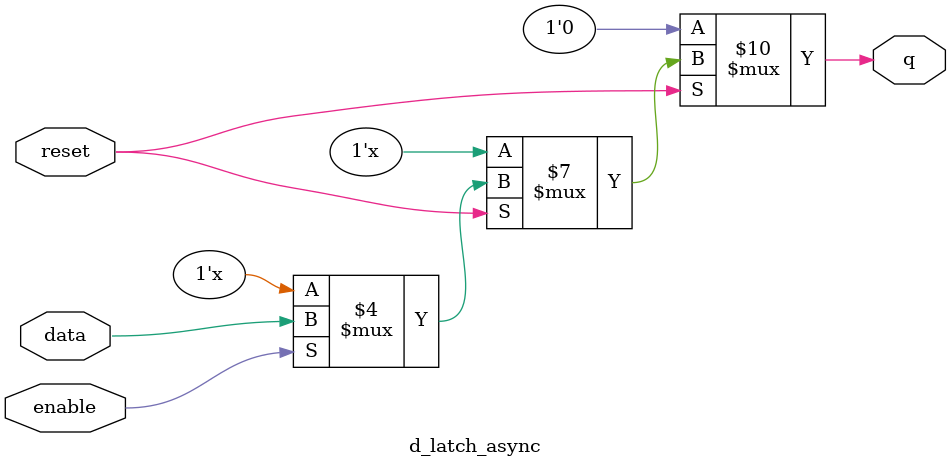
<source format=v>



                             
//***************************************************************************//
//***************************************************************************//
                             

//              Author:
//              Reviewer:
//              Manager:
                             

//*********************************description*******************************//
//	1. This DUT is d_latch with asynchronous.
//	2. if reset is low, thenable whatever the input the output will be 0;
//	3. if enable low the output will follows previous.
//	5.if enable is high output follows input
//	4. if enable is x or z ,then output will be x only.
//
//************************************DUT************************************//
//
module d_latch_async(input enable,reset,data,
											output reg q);
	always@(data or reset or enable)
		begin:alw_blk
			if(!reset)							//reset is active low
				begin:rst_blk
					q=1'b0;
				end	//rst_blk
			else
				begin:enable_blk
					case(enable)					//different test cases
						1'b1:
							begin:en1_blk
								q=data;
							end	//en1_blk
						1'b0:
							begin:en0_blk
								q=q;
							end	//en0_blk
						default:
							begin:enxz_blk
								q=1'b0;
							end	//enxz_blk
					endcase								//end different test cases
			end	//enable_blk
		end	//alw_blk
endmodule


</source>
